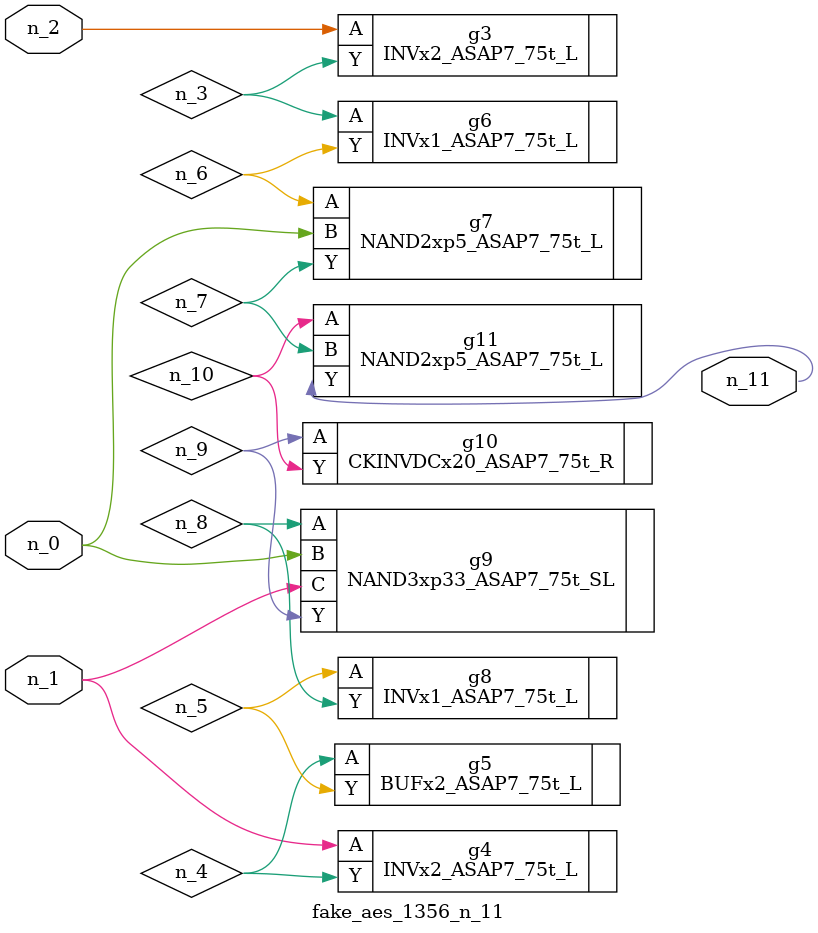
<source format=v>
module fake_aes_1356_n_11 (n_1, n_2, n_0, n_11);
input n_1;
input n_2;
input n_0;
output n_11;
wire n_6;
wire n_4;
wire n_3;
wire n_9;
wire n_5;
wire n_8;
wire n_10;
wire n_7;
INVx2_ASAP7_75t_L g3 ( .A(n_2), .Y(n_3) );
INVx2_ASAP7_75t_L g4 ( .A(n_1), .Y(n_4) );
BUFx2_ASAP7_75t_L g5 ( .A(n_4), .Y(n_5) );
INVx1_ASAP7_75t_L g6 ( .A(n_3), .Y(n_6) );
NAND2xp5_ASAP7_75t_L g7 ( .A(n_6), .B(n_0), .Y(n_7) );
INVx1_ASAP7_75t_L g8 ( .A(n_5), .Y(n_8) );
NAND3xp33_ASAP7_75t_SL g9 ( .A(n_8), .B(n_0), .C(n_1), .Y(n_9) );
CKINVDCx20_ASAP7_75t_R g10 ( .A(n_9), .Y(n_10) );
NAND2xp5_ASAP7_75t_L g11 ( .A(n_10), .B(n_7), .Y(n_11) );
endmodule
</source>
